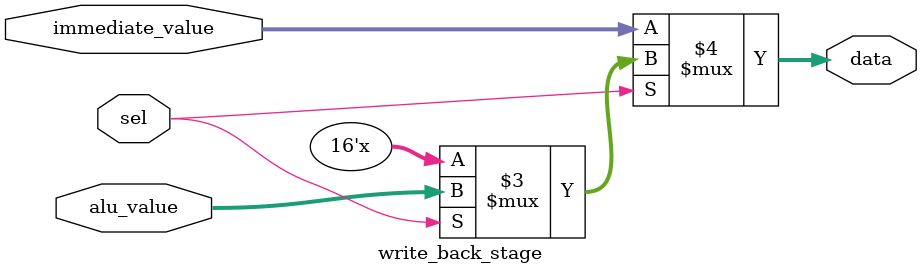
<source format=v>
module write_back_stage (
    immediate_value,
    alu_value,
    sel,
    data
);

    input sel;
    input [15:0] immediate_value, alu_value;
    output  [15:0] data;

    assign data = (sel == 0)? immediate_value:
    (sel == 1)? alu_value: 16'bz;

endmodule
</source>
